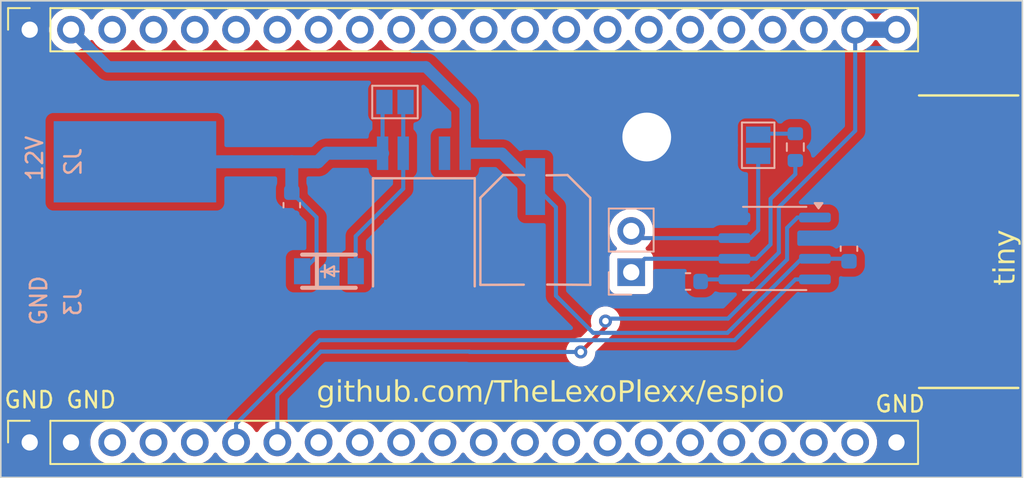
<source format=kicad_pcb>
(kicad_pcb (version 20241229) (generator "pcbnew") (generator_version "9.0")
  (layers (0 "F.Cu" signal) (2 "B.Cu" signal) (13 "F.Paste" user) (15 "B.Paste" user) (5 "F.SilkS" user "F.Silkscreen") (7 "B.SilkS" user "B.Silkscreen") (1 "F.Mask" user) (3 "B.Mask" user) (25 "Edge.Cuts" user))
  (net 0 "")
  (net 1 "+3V3")
  (net 2 "GND")
  (net 3 "+5V")
  (net 4 "CAN_L")
  (net 5 "CAN_H")
  (net 9 "+12V")
  (net 16 "Net-(JP1-B)")
  (net 27 "unconnected-(U3-45-Pad8)")
  (net 28 "unconnected-(U3-19-Pad3)")
  (net 29 "unconnected-(U3-2-Pad18)")
  (net 30 "CAN_RX")
  (net 31 "CAN_TX")
  (net 32 "NC_RST")
  (net 34 "unconnected-(U3-37-Pad12)")
  (net 38 "I2C0_SDA")
  (net 39 "I2C0_SCL")
  (net 40 "unconnected-(U3-20-Pad4)")
  (net 45 "Net-(D1-A)")
  (footprint "Connector_PinSocket_2.54mm:PinSocket_1x22_P2.54mm_Vertical" (layer "F.Cu") (at 113.919 104.392 90)
    (property "Reference" "U3" (hide yes))
    (property "Value" "~" (hide yes))
    (fp_line (start 1.33 -1.33) (end 1.33 0) (stroke (width 0.12)) (layer "F.SilkS"))
    (fp_line (start 0 -1.33) (end 1.33 -1.33) (stroke (width 0.12)) (layer "F.SilkS"))
    (fp_line (start 1.33 1.27) (end 1.33 54.67) (stroke (width 0.12)) (layer "F.SilkS"))
    (fp_line (start -1.33 1.27) (end 1.33 1.27) (stroke (width 0.12)) (layer "F.SilkS"))
    (fp_line (start -1.33 1.27) (end -1.33 54.67) (stroke (width 0.12)) (layer "F.SilkS"))
    (fp_line (start -1.33 54.67) (end 1.33 54.67) (stroke (width 0.12)) (layer "F.SilkS"))
    (pad "1" thru_hole rect (at 0 0 90) (size 1.7 1.7) (drill 1) (layers "*.Cu" "*.Mask") (net 2 "GND"))
    (pad "2" thru_hole oval (at 0 2.54 90) (size 1.7 1.7) (drill 1) (layers "*.Cu" "*.Mask") (net 2 "GND"))
    (pad "3" thru_hole oval (at 0 5.08 90) (size 1.7 1.7) (drill 1) (layers "*.Cu" "*.Mask") (net 28 "unconnected-(U3-19-Pad3)"))
    (pad "4" thru_hole oval (at 0 7.62 90) (size 1.7 1.7) (drill 1) (layers "*.Cu" "*.Mask") (net 40 "unconnected-(U3-20-Pad4)"))
    (pad "5" thru_hole oval (at 0 10.16 90) (size 1.7 1.7) (drill 1) (layers "*.Cu" "*.Mask"))
    (pad "6" thru_hole oval (at 0 12.7 90) (size 1.7 1.7) (drill 1) (layers "*.Cu" "*.Mask") (net 30 "CAN_RX"))
    (pad "7" thru_hole oval (at 0 15.24 90) (size 1.7 1.7) (drill 1) (layers "*.Cu" "*.Mask") (net 31 "CAN_TX"))
    (pad "8" thru_hole oval (at 0 17.78 90) (size 1.7 1.7) (drill 1) (layers "*.Cu" "*.Mask") (net 27 "unconnected-(U3-45-Pad8)"))
    (pad "9" thru_hole oval (at 0 20.32 90) (size 1.7 1.7) (drill 1) (layers "*.Cu" "*.Mask"))
    (pad "10" thru_hole oval (at 0 22.86 90) (size 1.7 1.7) (drill 1) (layers "*.Cu" "*.Mask"))
    (pad "11" thru_hole oval (at 0 25.4 90) (size 1.7 1.7) (drill 1) (layers "*.Cu" "*.Mask"))
    (pad "12" thru_hole oval (at 0 27.94 90) (size 1.7 1.7) (drill 1) (layers "*.Cu" "*.Mask") (net 34 "unconnected-(U3-37-Pad12)"))
    (pad "13" thru_hole oval (at 0 30.48 90) (size 1.7 1.7) (drill 1) (layers "*.Cu" "*.Mask"))
    (pad "14" thru_hole oval (at 0 33.02 90) (size 1.7 1.7) (drill 1) (layers "*.Cu" "*.Mask"))
    (pad "15" thru_hole oval (at 0 35.56 90) (size 1.7 1.7) (drill 1) (layers "*.Cu" "*.Mask"))
    (pad "16" thru_hole oval (at 0 38.1 90) (size 1.7 1.7) (drill 1) (layers "*.Cu" "*.Mask") (net 38 "I2C0_SDA"))
    (pad "17" thru_hole oval (at 0 40.64 90) (size 1.7 1.7) (drill 1) (layers "*.Cu" "*.Mask") (net 39 "I2C0_SCL"))
    (pad "18" thru_hole oval (at 0 43.18 90) (size 1.7 1.7) (drill 1) (layers "*.Cu" "*.Mask") (net 29 "unconnected-(U3-2-Pad18)"))
    (pad "19" thru_hole oval (at 0 45.72 90) (size 1.7 1.7) (drill 1) (layers "*.Cu" "*.Mask"))
    (pad "20" thru_hole oval (at 0 48.26 90) (size 1.7 1.7) (drill 1) (layers "*.Cu" "*.Mask"))
    (pad "21" thru_hole oval (at 0 50.8 90) (size 1.7 1.7) (drill 1) (layers "*.Cu" "*.Mask"))
    (pad "22" thru_hole oval (at 0 53.34 90) (size 1.7 1.7) (drill 1) (layers "*.Cu" "*.Mask") (net 2 "GND"))
  )
  (footprint "Connector_PinSocket_2.54mm:PinSocket_1x22_P2.54mm_Vertical" (layer "F.Cu") (at 113.919 78.994 90)
    (property "Reference" "U2" (hide yes))
    (property "Value" "~" (hide yes))
    (fp_line (start 1.33 -1.33) (end 1.33 0) (stroke (width 0.12)) (layer "F.SilkS"))
    (fp_line (start 0 -1.33) (end 1.33 -1.33) (stroke (width 0.12)) (layer "F.SilkS"))
    (fp_line (start 1.33 1.27) (end 1.33 54.67) (stroke (width 0.12)) (layer "F.SilkS"))
    (fp_line (start -1.33 1.27) (end 1.33 1.27) (stroke (width 0.12)) (layer "F.SilkS"))
    (fp_line (start -1.33 1.27) (end -1.33 54.67) (stroke (width 0.12)) (layer "F.SilkS"))
    (fp_line (start -1.33 54.67) (end 1.33 54.67) (stroke (width 0.12)) (layer "F.SilkS"))
    (pad "1" thru_hole rect (at 0 0 90) (size 1.7 1.7) (drill 1) (layers "*.Cu" "*.Mask") (net 2 "GND"))
    (pad "2" thru_hole oval (at 0 2.54 90) (size 1.7 1.7) (drill 1) (layers "*.Cu" "*.Mask") (net 3 "+5V"))
    (pad "3" thru_hole oval (at 0 5.08 90) (size 1.7 1.7) (drill 1) (layers "*.Cu" "*.Mask"))
    (pad "4" thru_hole oval (at 0 7.62 90) (size 1.7 1.7) (drill 1) (layers "*.Cu" "*.Mask"))
    (pad "5" thru_hole oval (at 0 10.16 90) (size 1.7 1.7) (drill 1) (layers "*.Cu" "*.Mask"))
    (pad "6" thru_hole oval (at 0 12.7 90) (size 1.7 1.7) (drill 1) (layers "*.Cu" "*.Mask"))
    (pad "7" thru_hole oval (at 0 15.24 90) (size 1.7 1.7) (drill 1) (layers "*.Cu" "*.Mask"))
    (pad "8" thru_hole oval (at 0 17.78 90) (size 1.7 1.7) (drill 1) (layers "*.Cu" "*.Mask"))
    (pad "9" thru_hole oval (at 0 20.32 90) (size 1.7 1.7) (drill 1) (layers "*.Cu" "*.Mask"))
    (pad "10" thru_hole oval (at 0 22.86 90) (size 1.7 1.7) (drill 1) (layers "*.Cu" "*.Mask"))
    (pad "11" thru_hole oval (at 0 25.4 90) (size 1.7 1.7) (drill 1) (layers "*.Cu" "*.Mask"))
    (pad "12" thru_hole oval (at 0 27.94 90) (size 1.7 1.7) (drill 1) (layers "*.Cu" "*.Mask"))
    (pad "13" thru_hole oval (at 0 30.48 90) (size 1.7 1.7) (drill 1) (layers "*.Cu" "*.Mask"))
    (pad "14" thru_hole oval (at 0 33.02 90) (size 1.7 1.7) (drill 1) (layers "*.Cu" "*.Mask"))
    (pad "15" thru_hole oval (at 0 35.56 90) (size 1.7 1.7) (drill 1) (layers "*.Cu" "*.Mask"))
    (pad "16" thru_hole oval (at 0 38.1 90) (size 1.7 1.7) (drill 1) (layers "*.Cu" "*.Mask"))
    (pad "17" thru_hole oval (at 0 40.64 90) (size 1.7 1.7) (drill 1) (layers "*.Cu" "*.Mask"))
    (pad "18" thru_hole oval (at 0 43.18 90) (size 1.7 1.7) (drill 1) (layers "*.Cu" "*.Mask"))
    (pad "19" thru_hole oval (at 0 45.72 90) (size 1.7 1.7) (drill 1) (layers "*.Cu" "*.Mask"))
    (pad "20" thru_hole oval (at 0 48.26 90) (size 1.7 1.7) (drill 1) (layers "*.Cu" "*.Mask") (net 32 "NC_RST"))
    (pad "21" thru_hole oval (at 0 50.8 90) (size 1.7 1.7) (drill 1) (layers "*.Cu" "*.Mask") (net 1 "+3V3"))
    (pad "22" thru_hole oval (at 0 53.34 90) (size 1.7 1.7) (drill 1) (layers "*.Cu" "*.Mask") (net 1 "+3V3"))
  )
  (footprint "lcsc:SOD-80C_L3.3-W1.5-RD" (layer "B.Cu") (at 132.334 93.857)
    (property "Reference" "D1" (hide yes))
    (property "Value" "BZV55-B12,115" (hide yes))
    (fp_line (start -1.65 -1.02) (end 1.65 -1.02) (stroke (width 0.25)) (layer "B.SilkS"))
    (fp_line (start -1.65 1.02) (end 1.65 1.02) (stroke (width 0.25)) (layer "B.SilkS"))
    (fp_line (start -0.74 1) (end -0.74 -1.02) (stroke (width 0.25)) (layer "B.SilkS"))
    (fp_line (start -0.49 0.02) (end 0.6 0.02) (stroke (width 0.13)) (layer "B.SilkS"))
    (fp_line (start -0.25 0) (end -0.25 -0.38) (stroke (width 0.13)) (layer "B.SilkS"))
    (fp_line (start -0.25 0) (end -0.25 0.38) (stroke (width 0.13)) (layer "B.SilkS"))
    (fp_line (start 0.29 -0.3) (end -0.25 0) (stroke (width 0.13)) (layer "B.SilkS"))
    (fp_line (start 0.32 0.3) (end -0.25 0) (stroke (width 0.13)) (layer "B.SilkS"))
    (fp_line (start 0.32 0.3) (end 0.32 -0.3) (stroke (width 0.13)) (layer "B.SilkS"))
    (pad "1" smd rect (at -1.65 0 270) (size 1.6 1) (layers "B.Cu" "B.Mask" "B.Paste") (net 9 "+12V"))
    (pad "2" smd rect (at 1.65 0 270) (size 1.6 1) (layers "B.Cu" "B.Mask" "B.Paste") (net 45 "Net-(D1-A)"))
  )
  (footprint "Connector_PinHeader_2.54mm:PinHeader_1x02_P2.54mm_Vertical" (layer "B.Cu") (at 150.937 93.919)
    (property "Reference" "J1" (hide yes))
    (property "Value" "Conn_Dbg_Header" (hide yes))
    (fp_line (start -1.38 -3.92) (end 1.38 -3.92) (stroke (width 0.12)) (layer "B.SilkS"))
    (fp_line (start -1.38 -1.27) (end -1.38 -3.92) (stroke (width 0.12)) (layer "B.SilkS"))
    (fp_line (start -1.38 -1.27) (end 1.38 -1.27) (stroke (width 0.12)) (layer "B.SilkS"))
    (fp_line (start -1.38 0) (end -1.38 1.38) (stroke (width 0.12)) (layer "B.SilkS"))
    (fp_line (start -1.38 1.38) (end 0 1.38) (stroke (width 0.12)) (layer "B.SilkS"))
    (fp_line (start 1.38 -1.27) (end 1.38 -3.92) (stroke (width 0.12)) (layer "B.SilkS"))
    (pad "1" thru_hole rect (at 0 0) (size 1.7 1.7) (drill 1) (layers "*.Cu" "*.Mask") (net 4 "CAN_L"))
    (pad "2" thru_hole circle (at 0 -2.54) (size 1.7 1.7) (drill 1) (layers "*.Cu" "*.Mask") (net 5 "CAN_H"))
  )
  (footprint "Capacitor_SMD:C_0603_1608Metric" (layer "B.Cu") (at 154.432 94.488 180)
    (property "Reference" "C1" (hide yes))
    (property "Value" "0.1uF" (hide yes))
    (fp_line (start -0.14058 0.51) (end 0.14058 0.51) (stroke (width 0.12)) (layer "B.SilkS"))
    (fp_line (start -0.14058 -0.51) (end 0.14058 -0.51) (stroke (width 0.12)) (layer "B.SilkS"))
    (pad "1" smd roundrect (at -0.775 0 180) (size 0.9 0.95) (layers "B.Cu" "B.Mask" "B.Paste") (net 1 "+3V3"))
    (pad "2" smd roundrect (at 0.775 0 180) (size 0.9 0.95) (layers "B.Cu" "B.Mask" "B.Paste") (net 2 "GND"))
  )
  (footprint "Connector_Wire:SolderWirePad_1x01_SMD_5x10mm" (layer "B.Cu") (at 120.396 87.122 -90)
    (property "Reference" "J2" (at 0 3.81 90) (layer "B.SilkS") (effects (justify mirror)))
    (property "Value" "Conn_01x01_Pin" (hide yes))
    (pad "1" smd rect (at 0 0 270) (size 5 10) (layers "B.Cu" "B.Mask" "B.Paste") (net 9 "+12V"))
  )
  (footprint "Connector_Wire:SolderWirePad_1x01_SMD_5x10mm" (layer "B.Cu") (at 120.396 95.758 -90)
    (property "Reference" "J3" (at 0 3.81 90) (layer "B.SilkS") (effects (justify mirror)))
    (property "Value" "Conn_01x01_Pin" (hide yes))
    (pad "1" smd rect (at 0 0 270) (size 5 10) (layers "B.Cu" "B.Mask" "B.Paste") (net 2 "GND"))
  )
  (footprint "Capacitor_SMD:C_0603_1608Metric" (layer "B.Cu") (at 130.048 89.793 -90)
    (property "Reference" "C4" (hide yes))
    (property "Value" "0.1uF" (hide yes))
    (fp_line (start -0.14058 0.51) (end 0.14058 0.51) (stroke (width 0.12)) (layer "B.SilkS"))
    (fp_line (start -0.14058 -0.51) (end 0.14058 -0.51) (stroke (width 0.12)) (layer "B.SilkS"))
    (pad "1" smd roundrect (at -0.775 0 270) (size 0.9 0.95) (layers "B.Cu" "B.Mask" "B.Paste") (net 9 "+12V"))
    (pad "2" smd roundrect (at 0.775 0 270) (size 0.9 0.95) (layers "B.Cu" "B.Mask" "B.Paste") (net 2 "GND"))
  )
  (footprint "lcsc:PPAK-5_L6.5-W6.1-P1.27-LS10.0-TL" (layer "B.Cu") (at 138.176 90.047 -90)
    (property "Reference" "U5" (hide yes))
    (property "Value" "LF50CPT-TR" (hide yes))
    (fp_line (start -1.91 3.13) (end 4.74 3.13) (stroke (width 0.15)) (layer "B.SilkS"))
    (fp_line (start -1.91 -3.13) (end -1.91 3.13) (stroke (width 0.15)) (layer "B.SilkS"))
    (fp_line (start 4.74 -3.13) (end -1.91 -3.13) (stroke (width 0.15)) (layer "B.SilkS"))
    (pad "1" smd rect (at -3.45 2.54 270) (size 2.06 0.7) (layers "B.Cu" "B.Mask" "B.Paste") (net 9 "+12V"))
    (pad "2" smd rect (at -3.45 1.27 270) (size 2.06 0.7) (layers "B.Cu" "B.Mask" "B.Paste") (net 45 "Net-(D1-A)"))
    (pad "3" smd rect (at 3.45 0 270) (size 5.6 4.89) (layers "B.Cu" "B.Mask" "B.Paste") (net 2 "GND"))
    (pad "4" smd rect (at -3.45 -1.27 270) (size 2.06 0.7) (layers "B.Cu" "B.Mask" "B.Paste"))
    (pad "5" smd rect (at -3.45 -2.54 270) (size 2.06 0.7) (layers "B.Cu" "B.Mask" "B.Paste") (net 3 "+5V"))
  )
  (footprint "lcsc:CAP-SMD_BD6.3-L6.6-W6.6-FD" (layer "B.Cu") (at 145.034 91.317 -90)
    (property "Reference" "C3" (hide yes))
    (property "Value" "RVT2A2R2M0605_C335981" (hide yes))
    (fp_line (start -1.98 3.38) (end -3.38 1.98) (stroke (width 0.15)) (layer "B.SilkS"))
    (fp_line (start 3.38 3.38) (end -1.98 3.38) (stroke (width 0.15)) (layer "B.SilkS"))
    (fp_line (start -3.38 1.98) (end -3.38 0.69) (stroke (width 0.15)) (layer "B.SilkS"))
    (fp_line (start 3.37 0.71) (end 3.38 3.38) (stroke (width 0.15)) (layer "B.SilkS"))
    (fp_line (start 3.36 -0.74) (end 3.38 -3.38) (stroke (width 0.15)) (layer "B.SilkS"))
    (fp_line (start -3.38 -1.98) (end -3.36 -0.69) (stroke (width 0.15)) (layer "B.SilkS"))
    (fp_line (start -1.98 -3.38) (end -3.38 -1.98) (stroke (width 0.15)) (layer "B.SilkS"))
    (fp_line (start 3.38 -3.38) (end -1.98 -3.38) (stroke (width 0.15)) (layer "B.SilkS"))
    (pad "1" smd rect (at -2.67 0 270) (size 3.5 1.2) (layers "B.Cu" "B.Mask" "B.Paste") (net 3 "+5V"))
    (pad "2" smd rect (at 2.67 0 270) (size 3.5 1.2) (layers "B.Cu" "B.Mask" "B.Paste") (net 2 "GND"))
  )
  (footprint "Capacitor_SMD:C_0603_1608Metric" (layer "B.Cu") (at 164.338 92.469 90)
    (property "Reference" "C2" (hide yes))
    (property "Value" "0.1uF")
    (fp_line (start -0.14058 -0.51) (end 0.14058 -0.51) (stroke (width 0.12)) (layer "B.SilkS"))
    (fp_line (start -0.14058 0.51) (end 0.14058 0.51) (stroke (width 0.12)) (layer "B.SilkS"))
    (pad "1" smd roundrect (at -0.775 0 90) (size 0.9 0.95) (layers "B.Cu" "B.Mask" "B.Paste") (net 3 "+5V"))
    (pad "2" smd roundrect (at 0.775 0 90) (size 0.9 0.95) (layers "B.Cu" "B.Mask" "B.Paste") (net 2 "GND"))
  )
  (footprint "Jumper:SolderJumper-2_P1.3mm_Open_Pad1.0x1.5mm" (layer "B.Cu") (at 158.75 86.106 90)
    (property "Reference" "JP1" (hide yes))
    (property "Value" "Jumper_2_Open" (hide yes))
    (fp_line (start 1.4 -1) (end -1.4 -1) (stroke (width 0.12)) (layer "B.SilkS"))
    (fp_line (start -1.4 -1) (end -1.4 1) (stroke (width 0.12)) (layer "B.SilkS"))
    (fp_line (start 1.4 1) (end 1.4 -1) (stroke (width 0.12)) (layer "B.SilkS"))
    (fp_line (start -1.4 1) (end 1.4 1) (stroke (width 0.12)) (layer "B.SilkS"))
    (pad "1" smd rect (at -0.65 0 90) (size 1 1.5) (layers "B.Cu" "B.Mask") (net 5 "CAN_H"))
    (pad "2" smd rect (at 0.65 0 90) (size 1 1.5) (layers "B.Cu" "B.Mask") (net 16 "Net-(JP1-B)"))
  )
  (footprint "Package_SO:SOIC-8_3.9x4.9mm_P1.27mm" (layer "B.Cu") (at 159.766 92.456 180)
    (property "Reference" "U1" (hide yes))
    (property "Value" "MCP2562-E-SN" (hide yes))
    (fp_line (start 0 2.56) (end 1.95 2.56) (stroke (width 0.12)) (layer "B.SilkS"))
    (fp_line (start 0 2.56) (end -1.95 2.56) (stroke (width 0.12)) (layer "B.SilkS"))
    (fp_line (start 0 -2.56) (end 1.95 -2.56) (stroke (width 0.12)) (layer "B.SilkS"))
    (fp_line (start 0 -2.56) (end -1.95 -2.56) (stroke (width 0.12)) (layer "B.SilkS"))
    (fp_poly (pts (xy -2.7 2.465) (xy -2.94 2.795) (xy -2.46 2.795)) (stroke (width 0.12)) (fill yes) (layer "B.SilkS"))
    (pad "1" smd roundrect (at -2.475 1.905 180) (size 1.95 0.6) (layers "B.Cu" "B.Mask" "B.Paste") (net 31 "CAN_TX"))
    (pad "2" smd roundrect (at -2.475 0.635 180) (size 1.95 0.6) (layers "B.Cu" "B.Mask" "B.Paste") (net 2 "GND"))
    (pad "3" smd roundrect (at -2.475 -0.635 180) (size 1.95 0.6) (layers "B.Cu" "B.Mask" "B.Paste") (net 3 "+5V"))
    (pad "4" smd roundrect (at -2.475 -1.905 180) (size 1.95 0.6) (layers "B.Cu" "B.Mask" "B.Paste") (net 30 "CAN_RX"))
    (pad "5" smd roundrect (at 2.475 -1.905 180) (size 1.95 0.6) (layers "B.Cu" "B.Mask" "B.Paste") (net 1 "+3V3"))
    (pad "6" smd roundrect (at 2.475 -0.635 180) (size 1.95 0.6) (layers "B.Cu" "B.Mask" "B.Paste") (net 4 "CAN_L"))
    (pad "7" smd roundrect (at 2.475 0.635 180) (size 1.95 0.6) (layers "B.Cu" "B.Mask" "B.Paste") (net 5 "CAN_H"))
    (pad "8" smd roundrect (at 2.475 1.905 180) (size 1.95 0.6) (layers "B.Cu" "B.Mask" "B.Paste") (net 2 "GND"))
  )
  (footprint "Jumper:SolderJumper-2_P1.3mm_Open_Pad1.0x1.5mm" (layer "B.Cu") (at 136.398 83.443)
    (property "Reference" "JP3" (hide yes))
    (property "Value" "Jumper_2_Open" (hide yes))
    (fp_line (start -1.4 -1) (end -1.4 1) (stroke (width 0.12)) (layer "B.SilkS"))
    (fp_line (start -1.4 1) (end 1.4 1) (stroke (width 0.12)) (layer "B.SilkS"))
    (fp_line (start 1.4 -1) (end -1.4 -1) (stroke (width 0.12)) (layer "B.SilkS"))
    (fp_line (start 1.4 1) (end 1.4 -1) (stroke (width 0.12)) (layer "B.SilkS"))
    (pad "1" smd rect (at -0.65 0) (size 1 1.5) (layers "B.Cu" "B.Mask") (net 9 "+12V"))
    (pad "2" smd rect (at 0.65 0) (size 1 1.5) (layers "B.Cu" "B.Mask") (net 45 "Net-(D1-A)"))
  )
  (footprint "Resistor_SMD:R_0603_1608Metric" (layer "B.Cu") (at 161.036 86.218 -90)
    (property "Reference" "R63" (hide yes))
    (property "Value" "120R" (hide yes))
    (fp_line (start -0.237258 0.5225) (end 0.237258 0.5225) (stroke (width 0.12)) (layer "B.SilkS"))
    (fp_line (start -0.237258 -0.5225) (end 0.237258 -0.5225) (stroke (width 0.12)) (layer "B.SilkS"))
    (pad "1" smd roundrect (at -0.825 0 270) (size 0.8 0.95) (layers "B.Cu" "B.Mask" "B.Paste") (net 16 "Net-(JP1-B)"))
    (pad "2" smd roundrect (at 0.825 0 270) (size 0.8 0.95) (layers "B.Cu" "B.Mask" "B.Paste") (net 4 "CAN_L"))
  )
  (gr_line (start 168.652 101.04) (end 174.752 101.04) (stroke (width 0.15)) (layer "F.SilkS"))
  (gr_line (start 168.652 83.04) (end 174.752 83.04) (stroke (width 0.15)) (layer "F.SilkS"))
  (gr_rect (start 112.141 77.216) (end 175.006 106.553) (stroke (width 0.1)) (fill no) (layer "Edge.Cuts"))
  (gr_text "github.com/TheLexoPlexx/espio" (at 131.572 102.108 0) (layer "F.SilkS") (effects (font (size 1.3 1.3)) (justify left bottom)))
  (gr_text "GND GND" (at 112.268 102.362 0) (layer "F.SilkS") (effects (font (size 1 1)) (justify left bottom)))
  (gr_text "GND" (at 165.862 102.616 0) (layer "F.SilkS") (effects (font (size 1 1)) (justify left bottom)))
  (gr_text "tiny" (at 174.752 94.742 90) (layer "F.SilkS") (effects (font (size 1.3 1.3)) (justify left bottom)))
  (gr_text "GND" (at 115.062 97.282 90) (layer "B.SilkS") (effects (font (size 1 1)) (justify left bottom)))
  (gr_text "12V" (at 114.808 88.392 90) (layer "B.SilkS") (effects (font (size 1 1)) (justify left bottom)))
  (segment (start 164.719 78.994) (end 167.259 78.994) (width 1) (layer "B.Cu") (net 1))
  (segment (start 164.719 85.217) (end 164.719 78.994) (width 0.25) (layer "B.Cu") (net 1))
  (segment (start 157.291 94.361) (end 158.369 94.361) (width 0.25) (layer "B.Cu") (net 1))
  (segment (start 160.02 92.71) (end 160.02 89.916) (width 0.25) (layer "B.Cu") (net 1))
  (segment (start 160.02 89.916) (end 164.719 85.217) (width 0.25) (layer "B.Cu") (net 1))
  (segment (start 158.369 94.361) (end 160.02 92.71) (width 0.25) (layer "B.Cu") (net 1))
  (segment (start 155.334 94.361) (end 155.207 94.488) (width 0.25) (layer "B.Cu") (net 1))
  (segment (start 157.291 94.361) (end 155.334 94.361) (width 0.25) (layer "B.Cu") (net 1))
  (via (at 151.892 85.598) (size 3.2) (drill 3) (layers "F.Cu" "B.Cu") (net 2))
  (segment (start 156.858 97.65) (end 161.417 93.091) (width 0.25) (layer "B.Cu") (net 3))
  (segment (start 146.304 89.917) (end 145.034 88.647) (width 0.25) (layer "B.Cu") (net 3))
  (segment (start 142.984 86.597) (end 145.034 88.647) (width 0.7) (layer "B.Cu") (net 3))
  (segment (start 148.59 97.65) (end 156.858 97.65) (width 0.25) (layer "B.Cu") (net 3))
  (segment (start 118.745 81.28) (end 138.299 81.28) (width 0.7) (layer "B.Cu") (net 3))
  (segment (start 138.299 81.28) (end 140.716 83.697) (width 0.7) (layer "B.Cu") (net 3))
  (segment (start 140.716 83.697) (end 140.716 86.597) (width 0.7) (layer "B.Cu") (net 3))
  (segment (start 140.716 86.597) (end 142.984 86.597) (width 0.7) (layer "B.Cu") (net 3))
  (segment (start 164.185 93.091) (end 162.241 93.091) (width 0.25) (layer "B.Cu") (net 3))
  (segment (start 148.59 97.65) (end 146.304 95.364) (width 0.25) (layer "B.Cu") (net 3))
  (segment (start 164.338 93.244) (end 164.185 93.091) (width 0.25) (layer "B.Cu") (net 3))
  (segment (start 161.417 93.091) (end 162.241 93.091) (width 0.25) (layer "B.Cu") (net 3))
  (segment (start 146.304 95.364) (end 146.304 89.917) (width 0.25) (layer "B.Cu") (net 3))
  (segment (start 116.459 78.994) (end 118.745 81.28) (width 0.7) (layer "B.Cu") (net 3))
  (segment (start 161.036 87.884) (end 159.512 89.408) (width 0.25) (layer "B.Cu") (net 4))
  (segment (start 161.036 87.043) (end 161.036 87.884) (width 0.25) (layer "B.Cu") (net 4))
  (segment (start 159.512 92.202) (end 158.623 93.091) (width 0.25) (layer "B.Cu") (net 4))
  (segment (start 157.291 93.091) (end 151.765 93.091) (width 0.25) (layer "B.Cu") (net 4))
  (segment (start 159.512 89.408) (end 159.512 92.202) (width 0.25) (layer "B.Cu") (net 4))
  (segment (start 158.623 93.091) (end 157.291 93.091) (width 0.25) (layer "B.Cu") (net 4))
  (segment (start 151.765 93.091) (end 150.937 93.919) (width 0.25) (layer "B.Cu") (net 4))
  (segment (start 158.75 91.336999) (end 158.75 86.756) (width 0.25) (layer "B.Cu") (net 5))
  (segment (start 157.291 91.821) (end 158.265999 91.821) (width 0.25) (layer "B.Cu") (net 5))
  (segment (start 151.379 91.821) (end 150.937 91.379) (width 0.25) (layer "B.Cu") (net 5))
  (segment (start 158.265999 91.821) (end 158.75 91.336999) (width 0.25) (layer "B.Cu") (net 5))
  (segment (start 157.291 91.821) (end 151.379 91.821) (width 0.25) (layer "B.Cu") (net 5))
  (segment (start 132.186 86.597) (end 135.636 86.597) (width 0.8) (layer "B.Cu") (net 9))
  (segment (start 135.636 83.555) (end 135.748 83.443) (width 0.25) (layer "B.Cu") (net 9))
  (segment (start 130.048 87.122) (end 120.396 87.122) (width 0.8) (layer "B.Cu") (net 9))
  (segment (start 132.186 86.597) (end 131.661 87.122) (width 0.8) (layer "B.Cu") (net 9))
  (segment (start 131.661 87.122) (end 130.048 87.122) (width 0.8) (layer "B.Cu") (net 9))
  (segment (start 135.636 86.597) (end 135.636 83.555) (width 0.25) (layer "B.Cu") (net 9))
  (segment (start 130.048 87.122) (end 130.048 89.018) (width 0.8) (layer "B.Cu") (net 9))
  (segment (start 131.572 92.969) (end 131.572 90.542) (width 0.25) (layer "B.Cu") (net 9))
  (segment (start 131.572 90.542) (end 130.048 89.018) (width 0.25) (layer "B.Cu") (net 9))
  (segment (start 130.684 93.857) (end 131.572 92.969) (width 0.25) (layer "B.Cu") (net 9))
  (segment (start 158.813 85.393) (end 158.75 85.456) (width 0.25) (layer "B.Cu") (net 16))
  (segment (start 161.036 85.393) (end 158.813 85.393) (width 0.25) (layer "B.Cu") (net 16))
  (segment (start 131.824 104.392) (end 131.699 104.392) (width 0.25) (layer "F.Cu") (net 27))
  (segment (start 131.699 104.392) (end 131.854 104.392) (width 0.25) (layer "F.Cu") (net 27))
  (segment (start 118.74 104.651) (end 118.999 104.392) (width 0.25) (layer "F.Cu") (net 28))
  (segment (start 157.099 104.392) (end 157.099 104.637) (width 0.25) (layer "F.Cu") (net 29))
  (segment (start 157.29881 98.101) (end 131.769 98.101) (width 0.25) (layer "B.Cu") (net 30))
  (segment (start 131.769 98.101) (end 126.619 103.251) (width 0.25) (layer "B.Cu") (net 30))
  (segment (start 162.241 94.361) (end 161.03881 94.361) (width 0.25) (layer "B.Cu") (net 30))
  (segment (start 126.619 103.251) (end 126.619 104.392) (width 0.25) (layer "B.Cu") (net 30))
  (segment (start 161.03881 94.361) (end 157.29881 98.101) (width 0.25) (layer "B.Cu") (net 30))
  (segment (start 149.352 97.302) (end 149.352 96.925) (width 0.25) (layer "F.Cu") (net 31))
  (segment (start 147.828 98.826) (end 149.352 97.302) (width 0.25) (layer "F.Cu") (net 31))
  (via (at 149.352 96.925) (size 0.8) (drill 0.4) (layers "F.Cu" "B.Cu") (net 31))
  (via (at 147.828 98.826) (size 0.8) (drill 0.4) (layers "F.Cu" "B.Cu") (net 31))
  (segment (start 147.828 98.826) (end 140.99 98.826) (width 0.25) (layer "B.Cu") (net 31))
  (segment (start 160.528 93.133678) (end 160.528 91.186) (width 0.25) (layer "B.Cu") (net 31))
  (segment (start 161.163 90.551) (end 162.241 90.551) (width 0.25) (layer "B.Cu") (net 31))
  (segment (start 129.159 101.473) (end 129.159 104.392) (width 0.25) (layer "B.Cu") (net 31))
  (segment (start 149.503 96.774) (end 156.887678 96.774) (width 0.25) (layer "B.Cu") (net 31))
  (segment (start 156.887678 96.774) (end 160.528 93.133678) (width 0.25) (layer "B.Cu") (net 31))
  (segment (start 140.97 98.806) (end 131.826 98.806) (width 0.25) (layer "B.Cu") (net 31))
  (segment (start 149.352 96.925) (end 149.503 96.774) (width 0.25) (layer "B.Cu") (net 31))
  (segment (start 140.99 98.826) (end 140.97 98.806) (width 0.25) (layer "B.Cu") (net 31))
  (segment (start 131.826 98.806) (end 129.159 101.473) (width 0.25) (layer "B.Cu") (net 31))
  (segment (start 160.528 91.186) (end 161.163 90.551) (width 0.25) (layer "B.Cu") (net 31))
  (segment (start 141.859 104.392) (end 142.302 103.949) (width 0.25) (layer "F.Cu") (net 34))
  (segment (start 152.019 104.392) (end 152.019 103.759) (width 0.25) (layer "F.Cu") (net 38))
  (segment (start 121.918 104.392) (end 121.539 104.392) (width 0.25) (layer "F.Cu") (net 40))
  (segment (start 121.666 104.519) (end 121.539 104.392) (width 0.25) (layer "F.Cu") (net 40))
  (segment (start 136.906 86.597) (end 136.906 83.585) (width 0.25) (layer "B.Cu") (net 45))
  (segment (start 133.984 91.699) (end 136.906 88.777) (width 0.25) (layer "B.Cu") (net 45))
  (segment (start 133.984 93.857) (end 133.984 91.699) (width 0.25) (layer "B.Cu") (net 45))
  (segment (start 136.906 83.585) (end 137.048 83.443) (width 0.25) (layer "B.Cu") (net 45))
  (segment (start 136.906 88.777) (end 136.906 86.597) (width 0.25) (layer "B.Cu") (net 45))
  (zone (net 2) (net_name "GND") (layers "F.Cu" "B.Cu") (priority 1) (connect_pads yes (clearance 0.5)) (min_thickness 0.25) (fill yes (thermal_gap 0.5) (thermal_bridge_width 0.5))
    (polygon (pts (xy 112.141 77.216) (xy 175.006 77.216) (xy 175.006 106.553) (xy 112.141 106.553)))
  )
)
</source>
